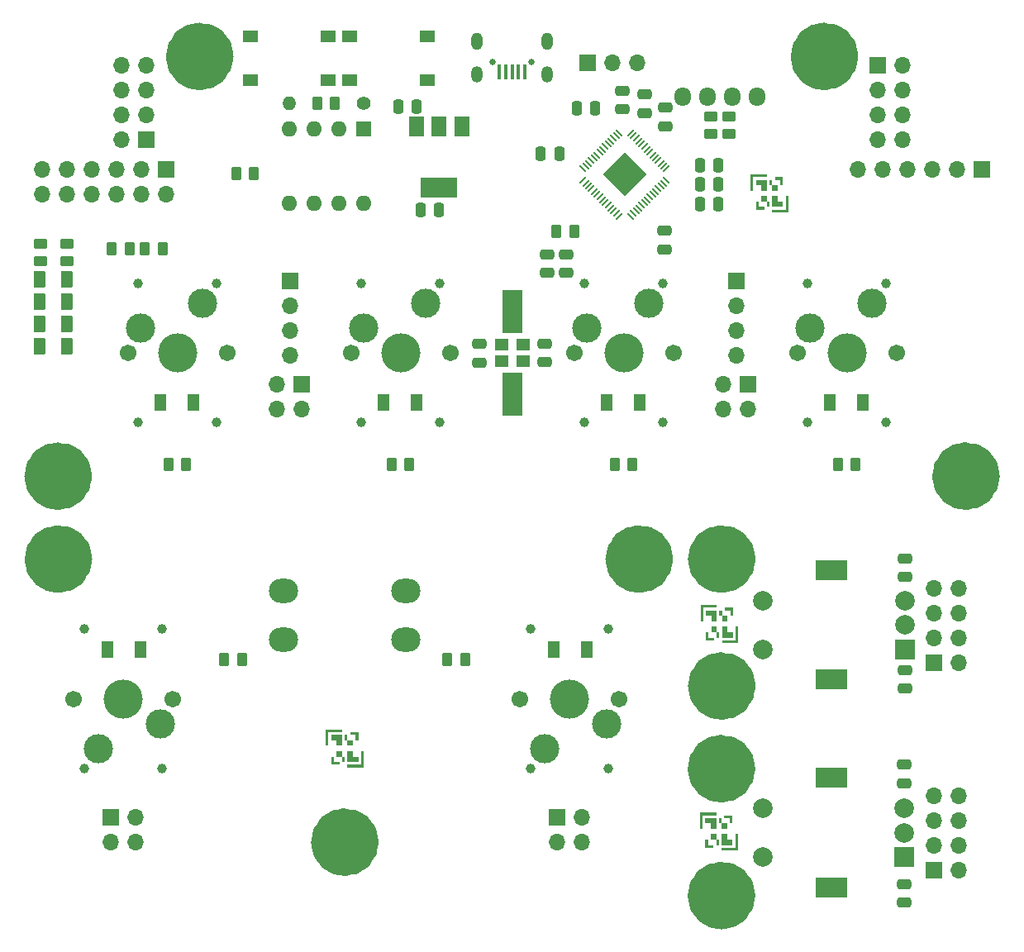
<source format=gbr>
%TF.GenerationSoftware,KiCad,Pcbnew,6.0.10+dfsg-2*%
%TF.CreationDate,2023-01-21T20:21:13+08:00*%
%TF.ProjectId,RKD,524b442e-6b69-4636-9164-5f7063625858,57*%
%TF.SameCoordinates,Original*%
%TF.FileFunction,Soldermask,Top*%
%TF.FilePolarity,Negative*%
%FSLAX46Y46*%
G04 Gerber Fmt 4.6, Leading zero omitted, Abs format (unit mm)*
G04 Created by KiCad (PCBNEW 6.0.10+dfsg-2) date 2023-01-21 20:21:13*
%MOMM*%
%LPD*%
G01*
G04 APERTURE LIST*
G04 Aperture macros list*
%AMRoundRect*
0 Rectangle with rounded corners*
0 $1 Rounding radius*
0 $2 $3 $4 $5 $6 $7 $8 $9 X,Y pos of 4 corners*
0 Add a 4 corners polygon primitive as box body*
4,1,4,$2,$3,$4,$5,$6,$7,$8,$9,$2,$3,0*
0 Add four circle primitives for the rounded corners*
1,1,$1+$1,$2,$3*
1,1,$1+$1,$4,$5*
1,1,$1+$1,$6,$7*
1,1,$1+$1,$8,$9*
0 Add four rect primitives between the rounded corners*
20,1,$1+$1,$2,$3,$4,$5,0*
20,1,$1+$1,$4,$5,$6,$7,0*
20,1,$1+$1,$6,$7,$8,$9,0*
20,1,$1+$1,$8,$9,$2,$3,0*%
G04 Aperture macros list end*
%ADD10C,3.460000*%
%ADD11C,1.701800*%
%ADD12C,3.000000*%
%ADD13C,4.000000*%
%ADD14C,1.000000*%
%ADD15R,1.200000X1.800000*%
%ADD16RoundRect,0.250000X0.250000X0.475000X-0.250000X0.475000X-0.250000X-0.475000X0.250000X-0.475000X0*%
%ADD17RoundRect,0.250000X-0.262500X-0.450000X0.262500X-0.450000X0.262500X0.450000X-0.262500X0.450000X0*%
%ADD18R,1.700000X1.700000*%
%ADD19O,1.700000X1.700000*%
%ADD20O,1.700000X1.950000*%
%ADD21RoundRect,0.250000X-0.475000X0.250000X-0.475000X-0.250000X0.475000X-0.250000X0.475000X0.250000X0*%
%ADD22R,1.550000X1.300000*%
%ADD23RoundRect,0.250000X-0.450000X0.262500X-0.450000X-0.262500X0.450000X-0.262500X0.450000X0.262500X0*%
%ADD24RoundRect,0.250000X0.450000X-0.262500X0.450000X0.262500X-0.450000X0.262500X-0.450000X-0.262500X0*%
%ADD25C,1.400000*%
%ADD26O,1.400000X1.400000*%
%ADD27RoundRect,0.250000X0.475000X-0.250000X0.475000X0.250000X-0.475000X0.250000X-0.475000X-0.250000X0*%
%ADD28R,0.400000X1.500000*%
%ADD29C,0.650000*%
%ADD30O,1.200000X1.800000*%
%ADD31O,1.200000X1.700000*%
%ADD32R,1.500000X2.000000*%
%ADD33R,3.800000X2.000000*%
%ADD34R,2.000000X2.000000*%
%ADD35C,2.000000*%
%ADD36R,3.200000X2.000000*%
%ADD37RoundRect,0.250000X-0.250000X-0.475000X0.250000X-0.475000X0.250000X0.475000X-0.250000X0.475000X0*%
%ADD38RoundRect,0.250000X0.375000X0.625000X-0.375000X0.625000X-0.375000X-0.625000X0.375000X-0.625000X0*%
%ADD39R,1.400000X1.200000*%
%ADD40R,2.000000X4.500000*%
%ADD41RoundRect,0.250000X0.262500X0.450000X-0.262500X0.450000X-0.262500X-0.450000X0.262500X-0.450000X0*%
%ADD42O,3.000000X2.500000*%
%ADD43RoundRect,0.144000X-2.059095X0.000000X0.000000X-2.059095X2.059095X0.000000X0.000000X2.059095X0*%
%ADD44RoundRect,0.050000X-0.309359X0.238649X0.238649X-0.309359X0.309359X-0.238649X-0.238649X0.309359X0*%
%ADD45RoundRect,0.050000X-0.309359X-0.238649X-0.238649X-0.309359X0.309359X0.238649X0.238649X0.309359X0*%
%ADD46R,1.600000X1.600000*%
%ADD47O,1.600000X1.600000*%
G04 APERTURE END LIST*
%TO.C,H1*%
D10*
X19730000Y89525126D02*
G75*
G03*
X19730000Y89525126I-1730000J0D01*
G01*
%TO.C,H3*%
X5230000Y46525126D02*
G75*
G03*
X5230000Y46525126I-1730000J0D01*
G01*
%TO.C,H10*%
X73179748Y3550252D02*
G75*
G03*
X73179748Y3550252I-1730000J0D01*
G01*
%TO.C,H8*%
X73204874Y25025126D02*
G75*
G03*
X73204874Y25025126I-1730000J0D01*
G01*
%TO.C,H2*%
X83730000Y89525126D02*
G75*
G03*
X83730000Y89525126I-1730000J0D01*
G01*
%TO.C,H5*%
X64755126Y38025126D02*
G75*
G03*
X64755126Y38025126I-1730000J0D01*
G01*
%TO.C,H7*%
X34595126Y9025126D02*
G75*
G03*
X34595126Y9025126I-1730000J0D01*
G01*
%TO.C,H4*%
X98230000Y46525126D02*
G75*
G03*
X98230000Y46525126I-1730000J0D01*
G01*
%TO.C,H6*%
X5255126Y38025126D02*
G75*
G03*
X5255126Y38025126I-1730000J0D01*
G01*
%TO.C,H9*%
X73204874Y38025126D02*
G75*
G03*
X73204874Y38025126I-1730000J0D01*
G01*
%TO.C,H11*%
X73179748Y16550252D02*
G75*
G03*
X73179748Y16550252I-1730000J0D01*
G01*
%TO.C,G\u002A\u002A\u002A*%
G36*
X71520072Y32204920D02*
G01*
X71242274Y32204920D01*
X71242274Y32760516D01*
X71520072Y32760516D01*
X71520072Y32204920D01*
G37*
G36*
X72075668Y30538132D02*
G01*
X72631264Y30538132D01*
X72631264Y29982536D01*
X71520072Y29982536D01*
X71520072Y31093728D01*
X72075668Y31093728D01*
X72075668Y30538132D01*
G37*
G36*
X72075668Y31649324D02*
G01*
X71520072Y31649324D01*
X71520072Y32204920D01*
X72075668Y32204920D01*
X72075668Y31649324D01*
G37*
G36*
X70131082Y29982536D02*
G01*
X70686678Y29982536D01*
X70686678Y29704738D01*
X69853284Y29704738D01*
X69853284Y30538132D01*
X70131082Y30538132D01*
X70131082Y29982536D01*
G37*
G36*
X71242274Y29982536D02*
G01*
X70964476Y29982536D01*
X70964476Y30538132D01*
X71242274Y30538132D01*
X71242274Y29982536D01*
G37*
G36*
X70964476Y31649324D02*
G01*
X70408880Y31649324D01*
X70408880Y32204920D01*
X69853284Y32204920D01*
X69853284Y32760516D01*
X70964476Y32760516D01*
X70964476Y31649324D01*
G37*
G36*
X70964476Y30538132D02*
G01*
X70408880Y30538132D01*
X70408880Y31093728D01*
X70964476Y31093728D01*
X70964476Y30538132D01*
G37*
G36*
X70964476Y33038314D02*
G01*
X69575486Y33038314D01*
X69575486Y31649324D01*
X69297688Y31649324D01*
X69297688Y33316112D01*
X70964476Y33316112D01*
X70964476Y33038314D01*
G37*
G36*
X73186860Y29426940D02*
G01*
X71520072Y29426940D01*
X71520072Y29704738D01*
X72909062Y29704738D01*
X72909062Y31093728D01*
X73186860Y31093728D01*
X73186860Y29426940D01*
G37*
G36*
X72631264Y32204920D02*
G01*
X72353466Y32204920D01*
X72353466Y32760516D01*
X71797870Y32760516D01*
X71797870Y33038314D01*
X72631264Y33038314D01*
X72631264Y32204920D01*
G37*
G36*
X33695720Y18898524D02*
G01*
X33140124Y18898524D01*
X33140124Y19454120D01*
X33695720Y19454120D01*
X33695720Y18898524D01*
G37*
G36*
X32862326Y17231736D02*
G01*
X32584528Y17231736D01*
X32584528Y17787332D01*
X32862326Y17787332D01*
X32862326Y17231736D01*
G37*
G36*
X32584528Y18898524D02*
G01*
X32028932Y18898524D01*
X32028932Y19454120D01*
X31473336Y19454120D01*
X31473336Y20009716D01*
X32584528Y20009716D01*
X32584528Y18898524D01*
G37*
G36*
X32584528Y17787332D02*
G01*
X32028932Y17787332D01*
X32028932Y18342928D01*
X32584528Y18342928D01*
X32584528Y17787332D01*
G37*
G36*
X32584528Y20287514D02*
G01*
X31195538Y20287514D01*
X31195538Y18898524D01*
X30917740Y18898524D01*
X30917740Y20565312D01*
X32584528Y20565312D01*
X32584528Y20287514D01*
G37*
G36*
X33695720Y17787332D02*
G01*
X34251316Y17787332D01*
X34251316Y17231736D01*
X33140124Y17231736D01*
X33140124Y18342928D01*
X33695720Y18342928D01*
X33695720Y17787332D01*
G37*
G36*
X34251316Y19454120D02*
G01*
X33973518Y19454120D01*
X33973518Y20009716D01*
X33417922Y20009716D01*
X33417922Y20287514D01*
X34251316Y20287514D01*
X34251316Y19454120D01*
G37*
G36*
X34806912Y16676140D02*
G01*
X33140124Y16676140D01*
X33140124Y16953938D01*
X34529114Y16953938D01*
X34529114Y18342928D01*
X34806912Y18342928D01*
X34806912Y16676140D01*
G37*
G36*
X33140124Y19454120D02*
G01*
X32862326Y19454120D01*
X32862326Y20009716D01*
X33140124Y20009716D01*
X33140124Y19454120D01*
G37*
G36*
X31751134Y17231736D02*
G01*
X32306730Y17231736D01*
X32306730Y16953938D01*
X31473336Y16953938D01*
X31473336Y17787332D01*
X31751134Y17787332D01*
X31751134Y17231736D01*
G37*
G36*
X76095002Y74657932D02*
G01*
X75539406Y74657932D01*
X75539406Y75213528D01*
X76095002Y75213528D01*
X76095002Y74657932D01*
G37*
G36*
X76372800Y74102336D02*
G01*
X76095002Y74102336D01*
X76095002Y74657932D01*
X76372800Y74657932D01*
X76372800Y74102336D01*
G37*
G36*
X76095002Y77158114D02*
G01*
X74706012Y77158114D01*
X74706012Y75769124D01*
X74428214Y75769124D01*
X74428214Y77435912D01*
X76095002Y77435912D01*
X76095002Y77158114D01*
G37*
G36*
X76650598Y76324720D02*
G01*
X76372800Y76324720D01*
X76372800Y76880316D01*
X76650598Y76880316D01*
X76650598Y76324720D01*
G37*
G36*
X77206194Y75769124D02*
G01*
X76650598Y75769124D01*
X76650598Y76324720D01*
X77206194Y76324720D01*
X77206194Y75769124D01*
G37*
G36*
X75261608Y74102336D02*
G01*
X75817204Y74102336D01*
X75817204Y73824538D01*
X74983810Y73824538D01*
X74983810Y74657932D01*
X75261608Y74657932D01*
X75261608Y74102336D01*
G37*
G36*
X78317386Y73546740D02*
G01*
X76650598Y73546740D01*
X76650598Y73824538D01*
X78039588Y73824538D01*
X78039588Y75213528D01*
X78317386Y75213528D01*
X78317386Y73546740D01*
G37*
G36*
X77761790Y76324720D02*
G01*
X77483992Y76324720D01*
X77483992Y76880316D01*
X76928396Y76880316D01*
X76928396Y77158114D01*
X77761790Y77158114D01*
X77761790Y76324720D01*
G37*
G36*
X76095002Y75769124D02*
G01*
X75539406Y75769124D01*
X75539406Y76324720D01*
X74983810Y76324720D01*
X74983810Y76880316D01*
X76095002Y76880316D01*
X76095002Y75769124D01*
G37*
G36*
X77206194Y74657932D02*
G01*
X77761790Y74657932D01*
X77761790Y74102336D01*
X76650598Y74102336D01*
X76650598Y75213528D01*
X77206194Y75213528D01*
X77206194Y74657932D01*
G37*
G36*
X70913950Y10389250D02*
G01*
X70358354Y10389250D01*
X70358354Y10944846D01*
X69802758Y10944846D01*
X69802758Y11500442D01*
X70913950Y11500442D01*
X70913950Y10389250D01*
G37*
G36*
X72025142Y9278058D02*
G01*
X72580738Y9278058D01*
X72580738Y8722462D01*
X71469546Y8722462D01*
X71469546Y9833654D01*
X72025142Y9833654D01*
X72025142Y9278058D01*
G37*
G36*
X70913950Y11778240D02*
G01*
X69524960Y11778240D01*
X69524960Y10389250D01*
X69247162Y10389250D01*
X69247162Y12056038D01*
X70913950Y12056038D01*
X70913950Y11778240D01*
G37*
G36*
X71191748Y8722462D02*
G01*
X70913950Y8722462D01*
X70913950Y9278058D01*
X71191748Y9278058D01*
X71191748Y8722462D01*
G37*
G36*
X70080556Y8722462D02*
G01*
X70636152Y8722462D01*
X70636152Y8444664D01*
X69802758Y8444664D01*
X69802758Y9278058D01*
X70080556Y9278058D01*
X70080556Y8722462D01*
G37*
G36*
X72025142Y10389250D02*
G01*
X71469546Y10389250D01*
X71469546Y10944846D01*
X72025142Y10944846D01*
X72025142Y10389250D01*
G37*
G36*
X71469546Y10944846D02*
G01*
X71191748Y10944846D01*
X71191748Y11500442D01*
X71469546Y11500442D01*
X71469546Y10944846D01*
G37*
G36*
X72580738Y10944846D02*
G01*
X72302940Y10944846D01*
X72302940Y11500442D01*
X71747344Y11500442D01*
X71747344Y11778240D01*
X72580738Y11778240D01*
X72580738Y10944846D01*
G37*
G36*
X70913950Y9278058D02*
G01*
X70358354Y9278058D01*
X70358354Y9833654D01*
X70913950Y9833654D01*
X70913950Y9278058D01*
G37*
G36*
X73136334Y8166866D02*
G01*
X71469546Y8166866D01*
X71469546Y8444664D01*
X72858536Y8444664D01*
X72858536Y9833654D01*
X73136334Y9833654D01*
X73136334Y8166866D01*
G37*
%TD*%
D11*
%TO.C,K2*%
X43650000Y59135126D03*
D12*
X34760000Y61675126D03*
D11*
X33490000Y59135126D03*
D12*
X41110000Y64215126D03*
D13*
X38570000Y59135126D03*
D14*
X34570000Y51997726D03*
X34570000Y66272526D03*
X42570000Y66272526D03*
X42570000Y51997726D03*
D15*
X36833000Y54055126D03*
X40207000Y54055126D03*
%TD*%
D11*
%TO.C,K6*%
X5085126Y23705126D03*
D12*
X13975126Y21165126D03*
D11*
X15245126Y23705126D03*
D12*
X7625126Y18625126D03*
D13*
X10165126Y23705126D03*
D14*
X14165126Y30842526D03*
X14165126Y16567726D03*
X6165126Y16567726D03*
X6165126Y30842526D03*
D15*
X11902126Y28785126D03*
X8528126Y28785126D03*
%TD*%
D11*
%TO.C,K5*%
X50805126Y23705126D03*
D12*
X59695126Y21165126D03*
D11*
X60965126Y23705126D03*
D12*
X53345126Y18625126D03*
D13*
X55885126Y23705126D03*
D14*
X59885126Y30842526D03*
X59885126Y16567726D03*
X51885126Y16567726D03*
X51885126Y30842526D03*
D15*
X57622126Y28785126D03*
X54248126Y28785126D03*
%TD*%
D11*
%TO.C,K4*%
X89370000Y59135126D03*
D12*
X80480000Y61675126D03*
D11*
X79210000Y59135126D03*
D12*
X86830000Y64215126D03*
D13*
X84290000Y59135126D03*
D14*
X80290000Y51997726D03*
X80290000Y66272526D03*
X88290000Y66272526D03*
X88290000Y51997726D03*
D15*
X82553000Y54055126D03*
X85927000Y54055126D03*
%TD*%
D11*
%TO.C,K3*%
X66510000Y59135126D03*
D12*
X57620000Y61675126D03*
D11*
X56350000Y59135126D03*
D12*
X63970000Y64215126D03*
D13*
X61430000Y59135126D03*
D14*
X57430000Y51997726D03*
X57430000Y66272526D03*
X65430000Y66272526D03*
X65430000Y51997726D03*
D15*
X59693000Y54055126D03*
X63067000Y54055126D03*
%TD*%
D11*
%TO.C,K1*%
X20790000Y59135126D03*
D12*
X11900000Y61675126D03*
D11*
X10630000Y59135126D03*
D12*
X18250000Y64215126D03*
D13*
X15710000Y59135126D03*
D14*
X11710000Y51997726D03*
X11710000Y66272526D03*
X19710000Y66272526D03*
X19710000Y51997726D03*
D15*
X13973000Y54055126D03*
X17347000Y54055126D03*
%TD*%
D16*
%TO.C,C1*%
X71150600Y78336126D03*
X69250600Y78336126D03*
%TD*%
D12*
%TO.C,H1*%
X18000000Y89525126D03*
%TD*%
D17*
%TO.C,R3*%
X54530700Y71579726D03*
X56355700Y71579726D03*
%TD*%
D16*
%TO.C,C12*%
X58501400Y84203526D03*
X56601400Y84203526D03*
%TD*%
D18*
%TO.C,J2*%
X28415000Y55895126D03*
D19*
X28415000Y53355126D03*
X25875000Y55895126D03*
X25875000Y53355126D03*
%TD*%
D20*
%TO.C,J10*%
X75134467Y85416270D03*
X72588200Y85422726D03*
X70048580Y85416270D03*
X67508200Y85416270D03*
%TD*%
D21*
%TO.C,C8*%
X61336000Y85991726D03*
X61336000Y84091726D03*
%TD*%
D12*
%TO.C,H3*%
X3500000Y46525126D03*
%TD*%
D17*
%TO.C,R13*%
X8988500Y69776326D03*
X10813500Y69776326D03*
%TD*%
D22*
%TO.C,SW3*%
X31115000Y91611126D03*
X23165000Y91611126D03*
X23165000Y87111126D03*
X31115000Y87111126D03*
%TD*%
D12*
%TO.C,H10*%
X71449748Y3550252D03*
%TD*%
D23*
%TO.C,R1*%
X70353000Y83388826D03*
X70353000Y81563826D03*
%TD*%
D12*
%TO.C,H8*%
X71474874Y25025126D03*
%TD*%
D21*
%TO.C,C10*%
X65577800Y71666126D03*
X65577800Y69766126D03*
%TD*%
D24*
%TO.C,R16*%
X1671400Y68533626D03*
X1671400Y70358626D03*
%TD*%
D21*
%TO.C,C4*%
X46654800Y60058326D03*
X46654800Y58158326D03*
%TD*%
D12*
%TO.C,H2*%
X82000000Y89525126D03*
%TD*%
D18*
%TO.C,J8*%
X54585126Y11550126D03*
D19*
X54585126Y9010126D03*
X57125126Y11550126D03*
X57125126Y9010126D03*
%TD*%
D25*
%TO.C,R4*%
X34767600Y84711526D03*
D26*
X27147600Y84711526D03*
%TD*%
D21*
%TO.C,C17*%
X90224874Y38075126D03*
X90224874Y36175126D03*
%TD*%
D27*
%TO.C,C9*%
X65704800Y82389926D03*
X65704800Y84289926D03*
%TD*%
D21*
%TO.C,C16*%
X90224874Y26645126D03*
X90224874Y24745126D03*
%TD*%
D28*
%TO.C,J1*%
X48700000Y87961126D03*
X49350000Y87961126D03*
X50000000Y87961126D03*
X50650000Y87961126D03*
X51300000Y87961126D03*
D29*
X52000000Y88911126D03*
X48000000Y88911126D03*
D30*
X53600000Y91061126D03*
X46400000Y91061126D03*
D31*
X46400000Y87661126D03*
X53600000Y87661126D03*
%TD*%
D32*
%TO.C,U4*%
X44840000Y82375126D03*
D33*
X42540000Y76075126D03*
D32*
X42540000Y82375126D03*
X40240000Y82375126D03*
%TD*%
D34*
%TO.C,SW8*%
X90199748Y7500252D03*
D35*
X90199748Y12500252D03*
X90199748Y10000252D03*
D36*
X82699748Y15600252D03*
X82699748Y4400252D03*
D35*
X75699748Y12500252D03*
X75699748Y7500252D03*
%TD*%
D37*
%TO.C,C15*%
X69250600Y74424526D03*
X71150600Y74424526D03*
%TD*%
D24*
%TO.C,R2*%
X72258000Y81563826D03*
X72258000Y83388826D03*
%TD*%
D18*
%TO.C,J9*%
X93199748Y6150252D03*
D19*
X95739748Y6150252D03*
X93199748Y8690252D03*
X95739748Y8690252D03*
X93199748Y11230252D03*
X95739748Y11230252D03*
X93199748Y13770252D03*
X95739748Y13770252D03*
%TD*%
D17*
%TO.C,R5*%
X14797500Y47705126D03*
X16622500Y47705126D03*
%TD*%
D18*
%TO.C,J3*%
X12568000Y81003126D03*
D19*
X10028000Y81003126D03*
X12568000Y83543126D03*
X10028000Y83543126D03*
X12568000Y86083126D03*
X10028000Y86083126D03*
X12568000Y88623126D03*
X10028000Y88623126D03*
%TD*%
D38*
%TO.C,D4*%
X1604000Y59793126D03*
X4404000Y59793126D03*
%TD*%
D39*
%TO.C,Y2*%
X48900000Y58285126D03*
X51100000Y58285126D03*
X51100000Y59985126D03*
X48900000Y59985126D03*
%TD*%
D38*
%TO.C,D2*%
X1604000Y62079126D03*
X4404000Y62079126D03*
%TD*%
D27*
%TO.C,C3*%
X53335000Y58183726D03*
X53335000Y60083726D03*
%TD*%
D12*
%TO.C,H5*%
X63025126Y38025126D03*
%TD*%
D40*
%TO.C,Y1*%
X50000000Y54885126D03*
X50000000Y63385126D03*
%TD*%
D41*
%TO.C,R14*%
X14191700Y69776326D03*
X12366700Y69776326D03*
%TD*%
D18*
%TO.C,J11*%
X14600000Y77955126D03*
D19*
X14600000Y75415126D03*
X12060000Y77955126D03*
X12060000Y75415126D03*
X9520000Y77955126D03*
X9520000Y75415126D03*
X6980000Y77955126D03*
X6980000Y75415126D03*
X4440000Y77955126D03*
X4440000Y75415126D03*
X1900000Y77955126D03*
X1900000Y75415126D03*
%TD*%
D17*
%TO.C,R7*%
X60517500Y47705126D03*
X62342500Y47705126D03*
%TD*%
D18*
%TO.C,J6*%
X93224874Y27440126D03*
D19*
X95764874Y27440126D03*
X93224874Y29980126D03*
X95764874Y29980126D03*
X93224874Y32520126D03*
X95764874Y32520126D03*
X93224874Y35060126D03*
X95764874Y35060126D03*
%TD*%
D12*
%TO.C,H7*%
X32865126Y9025126D03*
%TD*%
D17*
%TO.C,R10*%
X43382626Y27745126D03*
X45207626Y27745126D03*
%TD*%
D38*
%TO.C,D1*%
X1604000Y64365126D03*
X4404000Y64365126D03*
%TD*%
D12*
%TO.C,H4*%
X96500000Y46525126D03*
%TD*%
D38*
%TO.C,D3*%
X1604000Y66651126D03*
X4404000Y66651126D03*
%TD*%
D18*
%TO.C,J15*%
X73020000Y66525126D03*
D19*
X73020000Y63985126D03*
X73020000Y61445126D03*
X73020000Y58905126D03*
%TD*%
D12*
%TO.C,H6*%
X3525126Y38025126D03*
%TD*%
D18*
%TO.C,J14*%
X27300000Y66525126D03*
D19*
X27300000Y63985126D03*
X27300000Y61445126D03*
X27300000Y58905126D03*
%TD*%
D22*
%TO.C,SW5*%
X41275000Y91611126D03*
X33325000Y91611126D03*
X33325000Y87111126D03*
X41275000Y87111126D03*
%TD*%
D42*
%TO.C,SW7*%
X39115126Y34735126D03*
X26615126Y34735126D03*
X26615126Y29735126D03*
X39115126Y29735126D03*
%TD*%
D27*
%TO.C,C14*%
X63622000Y83736126D03*
X63622000Y85636126D03*
%TD*%
%TO.C,C7*%
X55519400Y67327726D03*
X55519400Y69227726D03*
%TD*%
D34*
%TO.C,SW6*%
X90224874Y28790126D03*
D35*
X90224874Y33790126D03*
X90224874Y31290126D03*
D36*
X82724874Y36890126D03*
X82724874Y25690126D03*
D35*
X75724874Y33790126D03*
X75724874Y28790126D03*
%TD*%
D21*
%TO.C,C19*%
X90199748Y16954252D03*
X90199748Y15054252D03*
%TD*%
D16*
%TO.C,C6*%
X42524800Y73814926D03*
X40624800Y73814926D03*
%TD*%
%TO.C,C5*%
X40238800Y84355926D03*
X38338800Y84355926D03*
%TD*%
D18*
%TO.C,J4*%
X74135000Y55895126D03*
D19*
X74135000Y53355126D03*
X71595000Y55895126D03*
X71595000Y53355126D03*
%TD*%
D41*
%TO.C,R11*%
X22347626Y27745126D03*
X20522626Y27745126D03*
%TD*%
%TO.C,R18*%
X31870100Y84711526D03*
X30045100Y84711526D03*
%TD*%
D21*
%TO.C,C18*%
X90199748Y4720252D03*
X90199748Y2820252D03*
%TD*%
D43*
%TO.C,U2*%
X61539200Y77421726D03*
D44*
X60946998Y81690883D03*
X60664155Y81408040D03*
X60381313Y81125198D03*
X60098470Y80842355D03*
X59815627Y80559512D03*
X59532785Y80276670D03*
X59249942Y79993827D03*
X58967099Y79710984D03*
X58684256Y79428141D03*
X58401414Y79145299D03*
X58118571Y78862456D03*
X57835728Y78579613D03*
X57552886Y78296771D03*
X57270043Y78013928D03*
D45*
X57270043Y76829524D03*
X57552886Y76546681D03*
X57835728Y76263839D03*
X58118571Y75980996D03*
X58401414Y75698153D03*
X58684256Y75415311D03*
X58967099Y75132468D03*
X59249942Y74849625D03*
X59532785Y74566782D03*
X59815627Y74283940D03*
X60098470Y74001097D03*
X60381313Y73718254D03*
X60664155Y73435412D03*
X60946998Y73152569D03*
D44*
X62131402Y73152569D03*
X62414245Y73435412D03*
X62697087Y73718254D03*
X62979930Y74001097D03*
X63262773Y74283940D03*
X63545615Y74566782D03*
X63828458Y74849625D03*
X64111301Y75132468D03*
X64394144Y75415311D03*
X64676986Y75698153D03*
X64959829Y75980996D03*
X65242672Y76263839D03*
X65525514Y76546681D03*
X65808357Y76829524D03*
D45*
X65808357Y78013928D03*
X65525514Y78296771D03*
X65242672Y78579613D03*
X64959829Y78862456D03*
X64676986Y79145299D03*
X64394144Y79428141D03*
X64111301Y79710984D03*
X63828458Y79993827D03*
X63545615Y80276670D03*
X63262773Y80559512D03*
X62979930Y80842355D03*
X62697087Y81125198D03*
X62414245Y81408040D03*
X62131402Y81690883D03*
%TD*%
D21*
%TO.C,C11*%
X53563600Y69227726D03*
X53563600Y67327726D03*
%TD*%
D18*
%TO.C,J12*%
X98166000Y77955126D03*
D19*
X95626000Y77955126D03*
X93086000Y77955126D03*
X90546000Y77955126D03*
X88006000Y77955126D03*
X85466000Y77955126D03*
%TD*%
D18*
%TO.C,J5*%
X87498000Y88603126D03*
D19*
X90038000Y88603126D03*
X87498000Y86063126D03*
X90038000Y86063126D03*
X87498000Y83523126D03*
X90038000Y83523126D03*
X87498000Y80983126D03*
X90038000Y80983126D03*
%TD*%
D17*
%TO.C,R15*%
X21739300Y77497926D03*
X23564300Y77497926D03*
%TD*%
D24*
%TO.C,R17*%
X4363800Y68533626D03*
X4363800Y70358626D03*
%TD*%
D46*
%TO.C,SW2*%
X34818400Y82120726D03*
D47*
X32278400Y82120726D03*
X29738400Y82120726D03*
X27198400Y82120726D03*
X27198400Y74500726D03*
X29738400Y74500726D03*
X32278400Y74500726D03*
X34818400Y74500726D03*
%TD*%
D17*
%TO.C,R8*%
X83377500Y47705126D03*
X85202500Y47705126D03*
%TD*%
D12*
%TO.C,H9*%
X71474874Y38025126D03*
%TD*%
D18*
%TO.C,J7*%
X8865126Y11550126D03*
D19*
X8865126Y9010126D03*
X11405126Y11550126D03*
X11405126Y9010126D03*
%TD*%
D17*
%TO.C,R6*%
X37657500Y47705126D03*
X39482500Y47705126D03*
%TD*%
D12*
%TO.C,H11*%
X71449748Y16550252D03*
%TD*%
D37*
%TO.C,C2*%
X69250600Y76380326D03*
X71150600Y76380326D03*
%TD*%
D16*
%TO.C,C13*%
X54843800Y79529926D03*
X52943800Y79529926D03*
%TD*%
D18*
%TO.C,J13*%
X57729200Y88902526D03*
D19*
X60269200Y88902526D03*
X62809200Y88902526D03*
%TD*%
M02*

</source>
